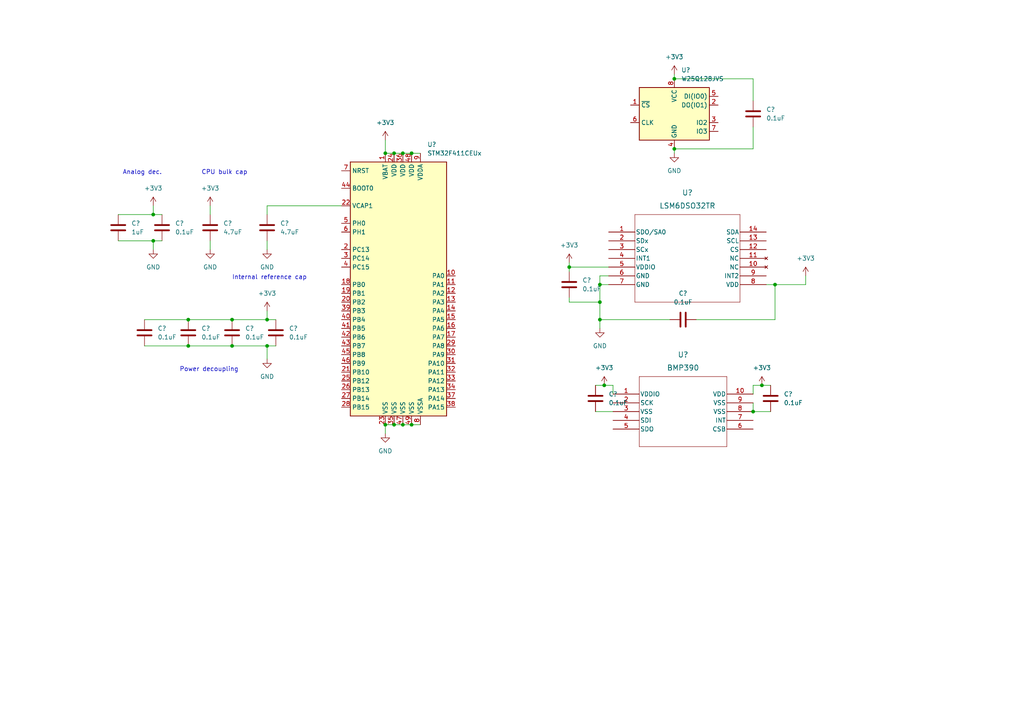
<source format=kicad_sch>
(kicad_sch (version 20211123) (generator eeschema)
  (paper "A4")
  (lib_symbols
    (symbol "Device:C" (pin_numbers hide) (pin_names (offset 0.254))
      (property "Reference" "C" (at 0.635 2.54 0))
      (property "Value" "C" (at 0.635 -2.54 0))
      (symbol "C_0_1"
        (polyline (pts (xy -2.032 -0.762) (xy 2.032 -0.762)) (stroke (width 0.508)))
        (polyline (pts (xy -2.032 0.762) (xy 2.032 0.762)) (stroke (width 0.508)))
      )
      (symbol "C_1_1"
        (pin passive line (at 0 3.81 270) (length 2.794) (name "~") (number "1"))
        (pin passive line (at 0 -3.81 90) (length 2.794) (name "~") (number "2"))
      )
    )
    (symbol "MCU_ST_STM32F4:STM32F411CEUx"
      (property "Reference" "U" (at -15.24 36.83 0))
      (property "Value" "STM32F411CEUx" (at 7.62 36.83 0))
      (symbol "STM32F411CEUx_0_1"
        (rectangle (start -15.24 -38.1) (end 12.7 35.56) (stroke (width 0.254)) (fill (type background)))
      )
      (symbol "STM32F411CEUx_1_1"
        (pin power_in line (at -5.08 38.1 270) (length 2.54) (name "VBAT") (number "1"))
        (pin bidirectional line (at 15.24 2.54 180) (length 2.54) (name "PA0") (number "10"))
        (pin bidirectional line (at 15.24 0 180) (length 2.54) (name "PA1") (number "11"))
        (pin bidirectional line (at 15.24 -2.54 180) (length 2.54) (name "PA2") (number "12"))
        (pin bidirectional line (at 15.24 -5.08 180) (length 2.54) (name "PA3") (number "13"))
        (pin bidirectional line (at 15.24 -7.62 180) (length 2.54) (name "PA4") (number "14"))
        (pin bidirectional line (at 15.24 -10.16 180) (length 2.54) (name "PA5") (number "15"))
        (pin bidirectional line (at 15.24 -12.7 180) (length 2.54) (name "PA6") (number "16"))
        (pin bidirectional line (at 15.24 -15.24 180) (length 2.54) (name "PA7") (number "17"))
        (pin bidirectional line (at -17.78 0 0) (length 2.54) (name "PB0") (number "18"))
        (pin bidirectional line (at -17.78 -2.54 0) (length 2.54) (name "PB1") (number "19"))
        (pin bidirectional line (at -17.78 10.16 0) (length 2.54) (name "PC13") (number "2"))
        (pin bidirectional line (at -17.78 -5.08 0) (length 2.54) (name "PB2") (number "20"))
        (pin bidirectional line (at -17.78 -25.4 0) (length 2.54) (name "PB10") (number "21"))
        (pin power_in line (at -17.78 22.86 0) (length 2.54) (name "VCAP1") (number "22"))
        (pin power_in line (at -5.08 -40.64 90) (length 2.54) (name "VSS") (number "23"))
        (pin power_in line (at -2.54 38.1 270) (length 2.54) (name "VDD") (number "24"))
        (pin bidirectional line (at -17.78 -27.94 0) (length 2.54) (name "PB12") (number "25"))
        (pin bidirectional line (at -17.78 -30.48 0) (length 2.54) (name "PB13") (number "26"))
        (pin bidirectional line (at -17.78 -33.02 0) (length 2.54) (name "PB14") (number "27"))
        (pin bidirectional line (at -17.78 -35.56 0) (length 2.54) (name "PB15") (number "28"))
        (pin bidirectional line (at 15.24 -17.78 180) (length 2.54) (name "PA8") (number "29"))
        (pin bidirectional line (at -17.78 7.62 0) (length 2.54) (name "PC14") (number "3"))
        (pin bidirectional line (at 15.24 -20.32 180) (length 2.54) (name "PA9") (number "30"))
        (pin bidirectional line (at 15.24 -22.86 180) (length 2.54) (name "PA10") (number "31"))
        (pin bidirectional line (at 15.24 -25.4 180) (length 2.54) (name "PA11") (number "32"))
        (pin bidirectional line (at 15.24 -27.94 180) (length 2.54) (name "PA12") (number "33"))
        (pin bidirectional line (at 15.24 -30.48 180) (length 2.54) (name "PA13") (number "34"))
        (pin power_in line (at -2.54 -40.64 90) (length 2.54) (name "VSS") (number "35"))
        (pin power_in line (at 0 38.1 270) (length 2.54) (name "VDD") (number "36"))
        (pin bidirectional line (at 15.24 -33.02 180) (length 2.54) (name "PA14") (number "37"))
        (pin bidirectional line (at 15.24 -35.56 180) (length 2.54) (name "PA15") (number "38"))
        (pin bidirectional line (at -17.78 -7.62 0) (length 2.54) (name "PB3") (number "39"))
        (pin bidirectional line (at -17.78 5.08 0) (length 2.54) (name "PC15") (number "4"))
        (pin bidirectional line (at -17.78 -10.16 0) (length 2.54) (name "PB4") (number "40"))
        (pin bidirectional line (at -17.78 -12.7 0) (length 2.54) (name "PB5") (number "41"))
        (pin bidirectional line (at -17.78 -15.24 0) (length 2.54) (name "PB6") (number "42"))
        (pin bidirectional line (at -17.78 -17.78 0) (length 2.54) (name "PB7") (number "43"))
        (pin input line (at -17.78 27.94 0) (length 2.54) (name "BOOT0") (number "44"))
        (pin bidirectional line (at -17.78 -20.32 0) (length 2.54) (name "PB8") (number "45"))
        (pin bidirectional line (at -17.78 -22.86 0) (length 2.54) (name "PB9") (number "46"))
        (pin power_in line (at 0 -40.64 90) (length 2.54) (name "VSS") (number "47"))
        (pin power_in line (at 2.54 38.1 270) (length 2.54) (name "VDD") (number "48"))
        (pin power_in line (at 2.54 -40.64 90) (length 2.54) (name "VSS") (number "49"))
        (pin input line (at -17.78 17.78 0) (length 2.54) (name "PH0") (number "5"))
        (pin input line (at -17.78 15.24 0) (length 2.54) (name "PH1") (number "6"))
        (pin input line (at -17.78 33.02 0) (length 2.54) (name "NRST") (number "7"))
        (pin power_in line (at 5.08 -40.64 90) (length 2.54) (name "VSSA") (number "8"))
        (pin power_in line (at 5.08 38.1 270) (length 2.54) (name "VDDA") (number "9"))
      )
    )
    (symbol "Memory_Flash:W25Q128JVS"
      (property "Reference" "U" (at -8.89 8.89 0))
      (property "Value" "W25Q128JVS" (at 7.62 8.89 0))
      (symbol "W25Q128JVS_0_1"
        (rectangle (start -10.16 7.62) (end 10.16 -7.62) (stroke (width 0.254)) (fill (type background)))
      )
      (symbol "W25Q128JVS_1_1"
        (pin input line (at -12.7 2.54 0) (length 2.54) (name "~{CS}") (number "1"))
        (pin bidirectional line (at 12.7 2.54 180) (length 2.54) (name "DO(IO1)") (number "2"))
        (pin bidirectional line (at 12.7 -2.54 180) (length 2.54) (name "IO2") (number "3"))
        (pin power_in line (at 0 -10.16 90) (length 2.54) (name "GND") (number "4"))
        (pin bidirectional line (at 12.7 5.08 180) (length 2.54) (name "DI(IO0)") (number "5"))
        (pin input line (at -12.7 -2.54 0) (length 2.54) (name "CLK") (number "6"))
        (pin bidirectional line (at 12.7 -5.08 180) (length 2.54) (name "IO3") (number "7"))
        (pin power_in line (at 0 10.16 270) (length 2.54) (name "VCC") (number "8"))
      )
    )
    (symbol "Sensor_Motion_LSM6DSO32:LSM6DSO32TR" (pin_names (offset 0.254))
      (property "Reference" "U" (at 22.86 10.16 0))
      (property "Value" "LSM6DSO32TR" (at 22.86 7.62 0))
      (symbol "LSM6DSO32TR_0_1"
        (polyline (pts (xy 7.62 -20.32) (xy 38.1 -20.32)) (stroke (width 0.127)))
        (polyline (pts (xy 7.62 5.08) (xy 7.62 -20.32)) (stroke (width 0.127)))
        (polyline (pts (xy 38.1 -20.32) (xy 38.1 5.08)) (stroke (width 0.127)))
        (polyline (pts (xy 38.1 5.08) (xy 7.62 5.08)) (stroke (width 0.127)))
        (pin bidirectional line (at 0 0 0) (length 7.62) (name "SDO/SA0") (number "1"))
        (pin no_connect line (at 45.72 -10.16 180) (length 7.62) (name "NC") (number "10"))
        (pin no_connect line (at 45.72 -7.62 180) (length 7.62) (name "NC") (number "11"))
        (pin input line (at 45.72 -5.08 180) (length 7.62) (name "CS") (number "12"))
        (pin input line (at 45.72 -2.54 180) (length 7.62) (name "SCL") (number "13"))
        (pin bidirectional line (at 45.72 0 180) (length 7.62) (name "SDA") (number "14"))
        (pin unspecified line (at 0 -2.54 0) (length 7.62) (name "SDx") (number "2"))
        (pin unspecified line (at 0 -5.08 0) (length 7.62) (name "SCx") (number "3"))
        (pin output line (at 0 -7.62 0) (length 7.62) (name "INT1") (number "4"))
        (pin power_in line (at 0 -10.16 0) (length 7.62) (name "VDDIO") (number "5"))
        (pin power_out line (at 0 -12.7 0) (length 7.62) (name "GND") (number "6"))
        (pin power_out line (at 0 -15.24 0) (length 7.62) (name "GND") (number "7"))
        (pin power_in line (at 45.72 -15.24 180) (length 7.62) (name "VDD") (number "8"))
        (pin output line (at 45.72 -12.7 180) (length 7.62) (name "INT2") (number "9"))
      )
    )
    (symbol "Sensor_Pressure_BMP390:BMP390" (pin_names (offset 0.254))
      (property "Reference" "U" (at 20.32 10.16 0))
      (property "Value" "BMP390" (at 20.32 7.62 0))
      (symbol "BMP390_0_1"
        (polyline (pts (xy 7.62 -15.24) (xy 33.02 -15.24)) (stroke (width 0.127)))
        (polyline (pts (xy 7.62 5.08) (xy 7.62 -15.24)) (stroke (width 0.127)))
        (polyline (pts (xy 33.02 -15.24) (xy 33.02 5.08)) (stroke (width 0.127)))
        (polyline (pts (xy 33.02 5.08) (xy 7.62 5.08)) (stroke (width 0.127)))
        (pin power_in line (at 0 0 0) (length 7.62) (name "VDDIO") (number "1"))
        (pin power_in line (at 40.64 0 180) (length 7.62) (name "VDD") (number "10"))
        (pin input line (at 0 -2.54 0) (length 7.62) (name "SCK") (number "2"))
        (pin power_out line (at 0 -5.08 0) (length 7.62) (name "VSS") (number "3"))
        (pin bidirectional line (at 0 -7.62 0) (length 7.62) (name "SDI") (number "4"))
        (pin bidirectional line (at 0 -10.16 0) (length 7.62) (name "SDO") (number "5"))
        (pin input line (at 40.64 -10.16 180) (length 7.62) (name "CSB") (number "6"))
        (pin input line (at 40.64 -7.62 180) (length 7.62) (name "INT") (number "7"))
        (pin power_out line (at 40.64 -5.08 180) (length 7.62) (name "VSS") (number "8"))
        (pin power_out line (at 40.64 -2.54 180) (length 7.62) (name "VSS") (number "9"))
      )
    )
    (symbol "power:+3.3V" (power) (pin_names (offset 0))
      (property "Value" "+3.3V" (at 0 3.556 0))
      (symbol "+3.3V_0_1"
        (polyline (pts (xy -0.762 1.27) (xy 0 2.54)))
        (polyline (pts (xy 0 0) (xy 0 2.54)))
        (polyline (pts (xy 0 2.54) (xy 0.762 1.27)))
      )
      (symbol "+3.3V_1_1"
        (pin power_in line (at 0 0 90) (length 0) hide (name "+3V3") (number "1"))
      )
    )
    (symbol "power:GND" (power) (pin_names (offset 0))
      (property "Value" "GND" (at 0 -3.81 0))
      (symbol "GND_0_1"
        (polyline (pts (xy 0 0) (xy 0 -1.27) (xy 1.27 -1.27) (xy 0 -2.54) (xy -1.27 -1.27) (xy 0 -1.27)))
      )
      (symbol "GND_1_1"
        (pin power_in line (at 0 0 270) (length 0) hide (name "GND") (number "1"))
      )
    )
  )
  (junction (at 218.44 119.38))
  (junction (at 224.79 82.55))
  (junction (at 173.99 87.63))
  (junction (at 77.47 100.33))
  (junction (at 119.38 123.19))
  (junction (at 111.76 123.19))
  (junction (at 195.58 22.86))
  (junction (at 44.45 69.85))
  (junction (at 173.99 82.55))
  (junction (at 116.84 123.19))
  (junction (at 111.76 44.45))
  (junction (at 165.1 77.47))
  (junction (at 54.61 92.71))
  (junction (at 116.84 44.45))
  (junction (at 195.58 43.18))
  (junction (at 77.47 92.71))
  (junction (at 114.3 44.45))
  (junction (at 119.38 44.45))
  (junction (at 67.31 92.71))
  (junction (at 173.99 92.71))
  (junction (at 54.61 100.33))
  (junction (at 175.26 111.76))
  (junction (at 114.3 123.19))
  (junction (at 220.98 111.76))
  (junction (at 44.45 62.23))
  (junction (at 67.31 100.33))
  (wire (pts (xy 77.47 100.33) (xy 77.47 104.14)))
  (wire (pts (xy 99.06 59.69) (xy 77.47 59.69)))
  (wire (pts (xy 195.58 21.59) (xy 195.58 22.86)))
  (wire (pts (xy 176.53 80.01) (xy 173.99 80.01)))
  (wire (pts (xy 177.8 111.76) (xy 175.26 111.76)))
  (wire (pts (xy 34.29 69.85) (xy 44.45 69.85)))
  (wire (pts (xy 223.52 119.38) (xy 218.44 119.38)))
  (wire (pts (xy 165.1 76.2) (xy 165.1 77.47)))
  (wire (pts (xy 60.96 59.69) (xy 60.96 62.23)))
  (wire (pts (xy 77.47 92.71) (xy 80.01 92.71)))
  (wire (pts (xy 119.38 123.19) (xy 121.92 123.19)))
  (wire (pts (xy 165.1 87.63) (xy 173.99 87.63)))
  (wire (pts (xy 173.99 82.55) (xy 176.53 82.55)))
  (wire (pts (xy 111.76 123.19) (xy 114.3 123.19)))
  (wire (pts (xy 41.91 92.71) (xy 54.61 92.71)))
  (wire (pts (xy 44.45 59.69) (xy 44.45 62.23)))
  (wire (pts (xy 77.47 59.69) (xy 77.47 62.23)))
  (wire (pts (xy 176.53 77.47) (xy 165.1 77.47)))
  (wire (pts (xy 54.61 92.71) (xy 67.31 92.71)))
  (wire (pts (xy 34.29 62.23) (xy 44.45 62.23)))
  (wire (pts (xy 173.99 95.25) (xy 173.99 92.71)))
  (wire (pts (xy 173.99 92.71) (xy 173.99 87.63)))
  (wire (pts (xy 114.3 123.19) (xy 116.84 123.19)))
  (wire (pts (xy 173.99 92.71) (xy 194.31 92.71)))
  (wire (pts (xy 44.45 62.23) (xy 46.99 62.23)))
  (wire (pts (xy 233.68 82.55) (xy 224.79 82.55)))
  (wire (pts (xy 116.84 123.19) (xy 119.38 123.19)))
  (wire (pts (xy 77.47 69.85) (xy 77.47 72.39)))
  (wire (pts (xy 201.93 92.71) (xy 224.79 92.71)))
  (wire (pts (xy 195.58 43.18) (xy 195.58 44.45)))
  (wire (pts (xy 54.61 100.33) (xy 67.31 100.33)))
  (wire (pts (xy 165.1 77.47) (xy 165.1 78.74)))
  (wire (pts (xy 233.68 80.01) (xy 233.68 82.55)))
  (wire (pts (xy 218.44 111.76) (xy 218.44 114.3)))
  (wire (pts (xy 116.84 44.45) (xy 119.38 44.45)))
  (wire (pts (xy 111.76 44.45) (xy 114.3 44.45)))
  (wire (pts (xy 218.44 29.21) (xy 218.44 22.86)))
  (wire (pts (xy 220.98 111.76) (xy 218.44 111.76)))
  (wire (pts (xy 218.44 36.83) (xy 218.44 43.18)))
  (wire (pts (xy 67.31 100.33) (xy 77.47 100.33)))
  (wire (pts (xy 218.44 43.18) (xy 195.58 43.18)))
  (wire (pts (xy 77.47 100.33) (xy 80.01 100.33)))
  (wire (pts (xy 177.8 114.3) (xy 177.8 111.76)))
  (wire (pts (xy 67.31 92.71) (xy 77.47 92.71)))
  (wire (pts (xy 111.76 40.64) (xy 111.76 44.45)))
  (wire (pts (xy 60.96 69.85) (xy 60.96 72.39)))
  (wire (pts (xy 218.44 119.38) (xy 218.44 116.84)))
  (wire (pts (xy 223.52 111.76) (xy 220.98 111.76)))
  (wire (pts (xy 175.26 111.76) (xy 172.72 111.76)))
  (wire (pts (xy 218.44 22.86) (xy 195.58 22.86)))
  (wire (pts (xy 119.38 44.45) (xy 121.92 44.45)))
  (wire (pts (xy 224.79 82.55) (xy 222.25 82.55)))
  (wire (pts (xy 44.45 69.85) (xy 46.99 69.85)))
  (wire (pts (xy 173.99 80.01) (xy 173.99 82.55)))
  (wire (pts (xy 173.99 87.63) (xy 173.99 82.55)))
  (wire (pts (xy 77.47 90.17) (xy 77.47 92.71)))
  (wire (pts (xy 224.79 92.71) (xy 224.79 82.55)))
  (wire (pts (xy 44.45 69.85) (xy 44.45 72.39)))
  (wire (pts (xy 172.72 119.38) (xy 177.8 119.38)))
  (wire (pts (xy 165.1 86.36) (xy 165.1 87.63)))
  (wire (pts (xy 111.76 125.73) (xy 111.76 123.19)))
  (wire (pts (xy 114.3 44.45) (xy 116.84 44.45)))
  (wire (pts (xy 41.91 100.33) (xy 54.61 100.33)))
  (text "Power decoupling" (at 52.07 107.95 0) (effects (font (size 1.27 1.27)) (justify left bottom)))
  (text "Analog dec." (at 35.56 50.8 0) (effects (font (size 1.27 1.27)) (justify left bottom)))
  (text "CPU bulk cap\n" (at 58.42 50.8 0) (effects (font (size 1.27 1.27)) (justify left bottom)))
  (text "Internal reference cap" (at 67.31 81.28 0) (effects (font (size 1.27 1.27)) (justify left bottom)))
  (symbol (lib_id "Device:C") (at 34.29 66.04 0) (unit 1)
    (property "Reference" "C?" (at 38.1 64.7699 0) (effects (justify left)))
    (property "Value" "1uF" (at 38.1 67.3099 0) (effects (justify left)))
  )
  (symbol (lib_id "power:GND") (at 111.76 125.73 0) (unit 1)
    (property "Reference" "#PWR?" (effects hide))
    (property "Value" "GND" (at 111.76 130.81 0))
  )
  (symbol (lib_id "Device:C") (at 218.44 33.02 0) (unit 1)
    (property "Reference" "C?" (at 222.25 31.7499 0) (effects (justify left)))
    (property "Value" "0.1uF" (at 222.25 34.2899 0) (effects (justify left)))
  )
  (symbol (lib_id "power:+3.3V") (at 175.26 111.76 0) (unit 1)
    (property "Reference" "#PWR?" (effects hide))
    (property "Value" "+3.3V" (at 175.26 106.68 0))
  )
  (symbol (lib_id "Device:C") (at 172.72 115.57 0) (unit 1)
    (property "Reference" "C?" (at 176.53 114.2999 0) (effects (justify left)))
    (property "Value" "0.1uF" (at 176.53 116.8399 0) (effects (justify left)))
  )
  (symbol (lib_id "Sensor_Pressure_BMP390:BMP390") (at 177.8 114.3 0) (unit 1)
    (property "Reference" "U?" (at 198.12 102.87 0) (effects (font (size 1.524 1.524))))
    (property "Value" "BMP390" (at 198.12 106.68 0) (effects (font (size 1.524 1.524))))
    (property "Footprint" "LGA10_BMP390_BOS" (effects hide))
    (property "Datasheet" "BMP390" (effects hide))
  )
  (symbol (lib_id "Device:C") (at 80.01 96.52 0) (unit 1)
    (property "Reference" "C?" (at 83.82 95.2499 0) (effects (justify left)))
    (property "Value" "0.1uF" (at 83.82 97.7899 0) (effects (justify left)))
  )
  (symbol (lib_id "MCU_ST_STM32F4:STM32F411CEUx") (at 116.84 82.55 0) (unit 1)
    (property "Reference" "U?" (at 123.9394 41.91 0) (effects (justify left)))
    (property "Value" "STM32F411CEUx" (at 123.9394 44.45 0) (effects (justify left)))
    (property "Footprint" "Package_DFN_QFN:QFN-48-1EP_7x7mm_P0.5mm_EP5.6x5.6mm" (effects hide))
    (property "Datasheet" "http://www.st.com/st-web-ui/static/active/en/resource/technical/document/datasheet/DM00115249.pdf" (effects hide))
  )
  (symbol (lib_id "power:+3.3V") (at 165.1 76.2 0) (unit 1)
    (property "Reference" "#PWR?" (effects hide))
    (property "Value" "+3.3V" (at 165.1 71.12 0))
  )
  (symbol (lib_id "power:+3.3V") (at 77.47 90.17 0) (unit 1)
    (property "Reference" "#PWR?" (effects hide))
    (property "Value" "+3.3V" (at 77.47 85.09 0))
  )
  (symbol (lib_id "power:+3.3V") (at 220.98 111.76 0) (unit 1)
    (property "Reference" "#PWR?" (effects hide))
    (property "Value" "+3.3V" (at 220.98 106.68 0))
  )
  (symbol (lib_id "Device:C") (at 60.96 66.04 0) (unit 1)
    (property "Reference" "C?" (at 64.77 64.7699 0) (effects (justify left)))
    (property "Value" "4.7uF" (at 64.77 67.3099 0) (effects (justify left)))
  )
  (symbol (lib_id "Device:C") (at 77.47 66.04 0) (unit 1)
    (property "Reference" "C?" (at 81.28 64.7699 0) (effects (justify left)))
    (property "Value" "4.7uF" (at 81.28 67.3099 0) (effects (justify left)))
  )
  (symbol (lib_id "power:GND") (at 195.58 44.45 0) (unit 1)
    (property "Reference" "#PWR?" (effects hide))
    (property "Value" "GND" (at 195.58 49.53 0))
  )
  (symbol (lib_id "power:+3.3V") (at 44.45 59.69 0) (unit 1)
    (property "Reference" "#PWR?" (effects hide))
    (property "Value" "+3.3V" (at 44.45 54.61 0))
  )
  (symbol (lib_id "power:GND") (at 77.47 104.14 0) (unit 1)
    (property "Reference" "#PWR?" (effects hide))
    (property "Value" "GND" (at 77.47 109.22 0))
  )
  (symbol (lib_id "power:+3.3V") (at 60.96 59.69 0) (unit 1)
    (property "Reference" "#PWR?" (effects hide))
    (property "Value" "+3.3V" (at 60.96 54.61 0))
  )
  (symbol (lib_id "Device:C") (at 41.91 96.52 0) (unit 1)
    (property "Reference" "C?" (at 45.72 95.2499 0) (effects (justify left)))
    (property "Value" "0.1uF" (at 45.72 97.7899 0) (effects (justify left)))
  )
  (symbol (lib_id "power:GND") (at 173.99 95.25 0) (unit 1)
    (property "Reference" "#PWR?" (effects hide))
    (property "Value" "GND" (at 173.99 100.33 0))
  )
  (symbol (lib_id "Device:C") (at 165.1 82.55 0) (unit 1)
    (property "Reference" "C?" (at 168.91 81.2799 0) (effects (justify left)))
    (property "Value" "0.1uF" (at 168.91 83.8199 0) (effects (justify left)))
  )
  (symbol (lib_id "power:+3.3V") (at 111.76 40.64 0) (unit 1)
    (property "Reference" "#PWR?" (effects hide))
    (property "Value" "+3.3V" (at 111.76 35.56 0))
  )
  (symbol (lib_id "power:GND") (at 77.47 72.39 0) (unit 1)
    (property "Reference" "#PWR?" (effects hide))
    (property "Value" "GND" (at 77.47 77.47 0))
  )
  (symbol (lib_id "Sensor_Motion_LSM6DSO32:LSM6DSO32TR") (at 176.53 67.31 0) (unit 1)
    (property "Reference" "U?" (at 199.39 55.88 0) (effects (font (size 1.524 1.524))))
    (property "Value" "LSM6DSO32TR" (at 199.39 59.69 0) (effects (font (size 1.524 1.524))))
    (property "Footprint" "Sensor_Motion_LSM6DSO32:LGA-14L_2P5X3X0P83_STM" (effects hide))
    (property "Datasheet" "LSM6DSO32TR" (effects hide))
  )
  (symbol (lib_id "Memory_Flash:W25Q128JVS") (at 195.58 33.02 0) (unit 1)
    (property "Reference" "U?" (at 197.5994 20.32 0) (effects (justify left)))
    (property "Value" "W25Q128JVS" (at 197.5994 22.86 0) (effects (justify left)))
    (property "Footprint" "Package_SO:SOIC-8_5.23x5.23mm_P1.27mm" (effects hide))
    (property "Datasheet" "http://www.winbond.com/resource-files/w25q128jv_dtr%20revc%2003272018%20plus.pdf" (effects hide))
  )
  (symbol (lib_id "Device:C") (at 54.61 96.52 0) (unit 1)
    (property "Reference" "C?" (at 58.42 95.2499 0) (effects (justify left)))
    (property "Value" "0.1uF" (at 58.42 97.7899 0) (effects (justify left)))
  )
  (symbol (lib_id "Device:C") (at 46.99 66.04 0) (unit 1)
    (property "Reference" "C?" (at 50.8 64.7699 0) (effects (justify left)))
    (property "Value" "0.1uF" (at 50.8 67.3099 0) (effects (justify left)))
  )
  (symbol (lib_id "Device:C") (at 198.12 92.71 270) (unit 1)
    (property "Reference" "C?" (at 198.12 85.09 90))
    (property "Value" "0.1uF" (at 198.12 87.63 90))
  )
  (symbol (lib_id "power:GND") (at 60.96 72.39 0) (unit 1)
    (property "Reference" "#PWR?" (effects hide))
    (property "Value" "GND" (at 60.96 77.47 0))
  )
  (symbol (lib_id "Device:C") (at 67.31 96.52 0) (unit 1)
    (property "Reference" "C?" (at 71.12 95.2499 0) (effects (justify left)))
    (property "Value" "0.1uF" (at 71.12 97.7899 0) (effects (justify left)))
  )
  (symbol (lib_id "power:GND") (at 44.45 72.39 0) (unit 1)
    (property "Reference" "#PWR?" (effects hide))
    (property "Value" "GND" (at 44.45 77.47 0))
  )
  (symbol (lib_id "power:+3.3V") (at 195.58 21.59 0) (unit 1)
    (property "Reference" "#PWR?" (effects hide))
    (property "Value" "+3.3V" (at 195.58 16.51 0))
  )
  (symbol (lib_id "Device:C") (at 223.52 115.57 0) (unit 1)
    (property "Reference" "C?" (at 227.33 114.2999 0) (effects (justify left)))
    (property "Value" "0.1uF" (at 227.33 116.8399 0) (effects (justify left)))
  )
  (symbol (lib_id "power:+3.3V") (at 233.68 80.01 0) (unit 1)
    (property "Reference" "#PWR?" (effects hide))
    (property "Value" "+3.3V" (at 233.68 74.93 0))
  )
)
</source>
